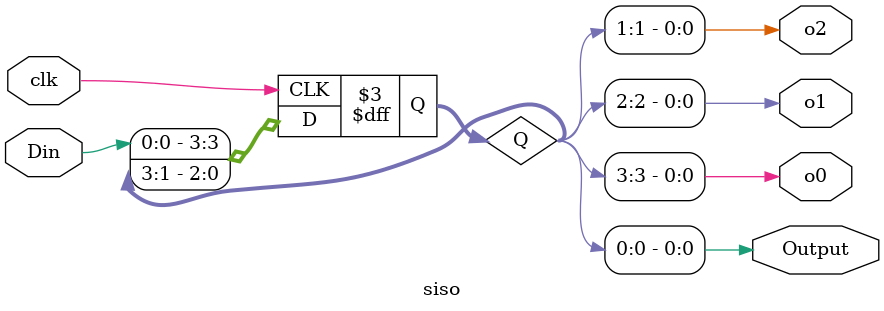
<source format=v>
module siso(
    input clk,
    input Din,
    output Output,o0,o1,o2
    );
   
    reg [3:0]Q;

always @ (posedge clk)
begin
Q <= Q >> 1 ;
Q[3] <= Din;
end
assign Output = Q[0];
  assign o2 = Q[1];
  assign o1 = Q[2];
  assign o0 = Q[3];
endmodule
</source>
